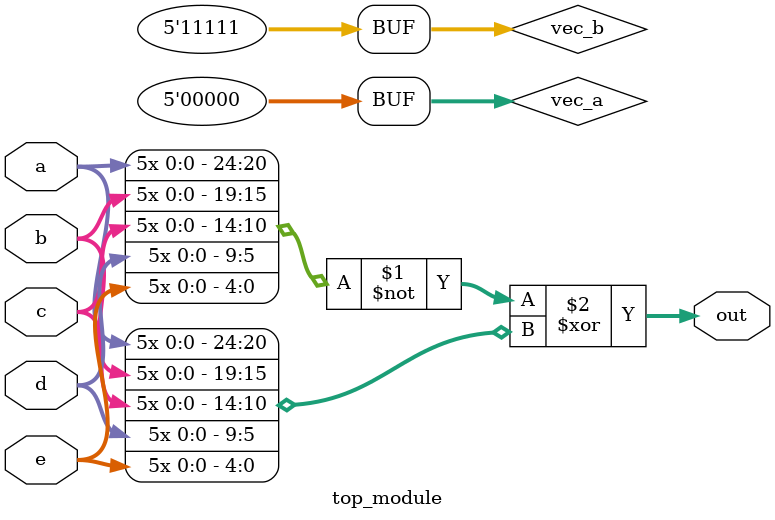
<source format=sv>
module top_module (
    input a,
    input b,
    input c,
    input d,
    input e,
    output [24:0] out
);

    wire [4:0] vec_a = 5'b00000;
    wire [4:0] vec_b = 5'b11111;

    assign out = ~{ {5{a}}, {5{b}}, {5{c}}, {5{d}}, {5{e}} } ^ { {5{a}}, {5{b}}, {5{c}}, {5{d}}, {5{e}} };

endmodule

</source>
